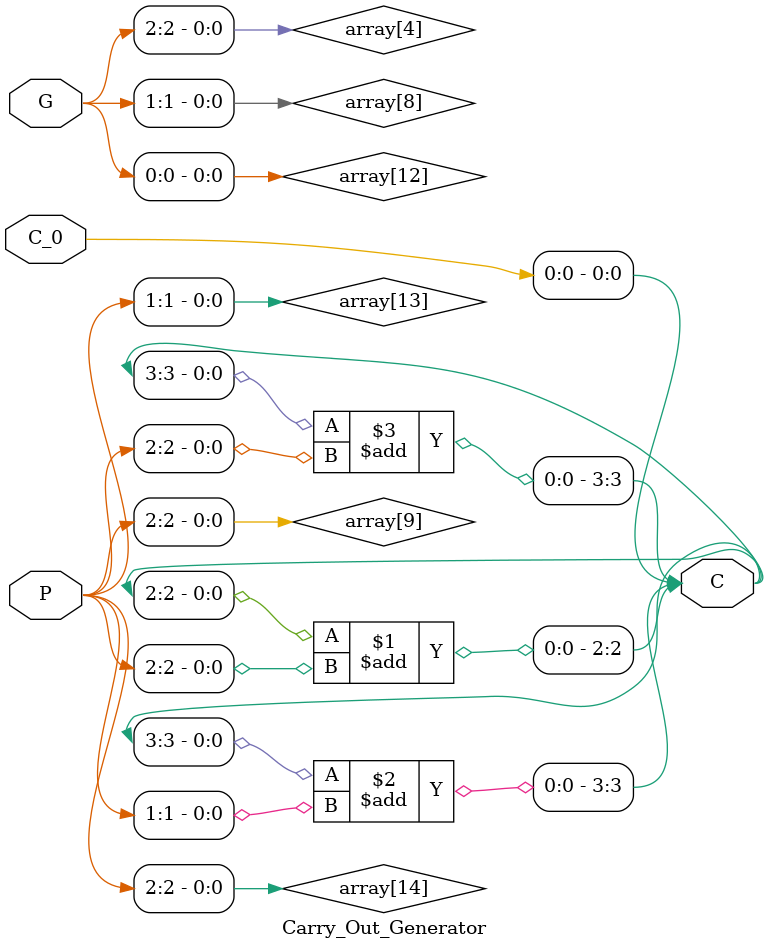
<source format=v>


module Carry_Out_Generator
    #(parameter WIDTH = 4)
    (
    input [WIDTH-1:0] P,
    input [WIDTH-1:0] G,
    input C_0,
    output [WIDTH-1:0] C
    );
    
    wire array[WIDTH-1:0][WIDTH-1:0];
    genvar i, j;
    
    generate
        for (i = 0; i < WIDTH; i = i + 1) begin
            for (j = 0; j < i; j = j + 1) begin
                if ((j == 0) && (i - 1 != WIDTH))
                    assign array[i][0] = G[WIDTH-i-1];
                else if (i - 1 == WIDTH)
                    assign array[i][0] = C_0;
                else
                    assign array[i][j] = P[WIDTH-i+j-1];
            end
        end
    endgenerate
    
    assign C[0] = C_0;
    
    generate
        for (i = 1; i < WIDTH; i = i + 1) begin
            for (j = 1; j < i; j = j + 1) begin
                assign C[i] = C[i] + array[i][j];
            end
        end
    endgenerate
    
endmodule
</source>
